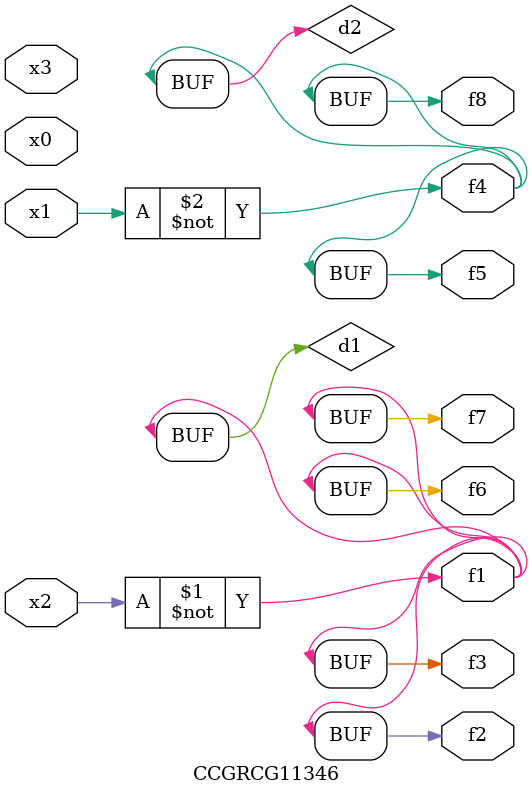
<source format=v>
module CCGRCG11346(
	input x0, x1, x2, x3,
	output f1, f2, f3, f4, f5, f6, f7, f8
);

	wire d1, d2;

	xnor (d1, x2);
	not (d2, x1);
	assign f1 = d1;
	assign f2 = d1;
	assign f3 = d1;
	assign f4 = d2;
	assign f5 = d2;
	assign f6 = d1;
	assign f7 = d1;
	assign f8 = d2;
endmodule

</source>
